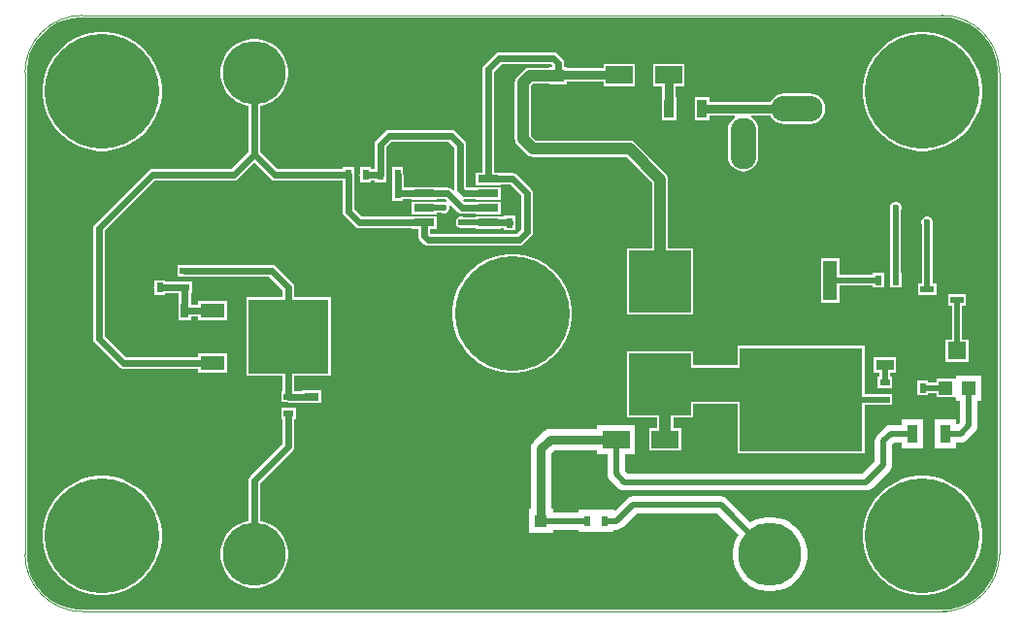
<source format=gtl>
G04*
G04 #@! TF.GenerationSoftware,Altium Limited,Altium Designer,23.9.2 (47)*
G04*
G04 Layer_Physical_Order=1*
G04 Layer_Color=255*
%FSAX44Y44*%
%MOMM*%
G71*
G04*
G04 #@! TF.SameCoordinates,CA360F41-C6A4-41FF-A6D1-DAC2DD7E16B6*
G04*
G04*
G04 #@! TF.FilePolarity,Positive*
G04*
G01*
G75*
%ADD10C,0.2000*%
%ADD54C,0.1000*%
%ADD55R,2.3500X1.5500*%
%ADD56R,2.1500X1.3000*%
%ADD57R,7.0000X6.5000*%
%ADD58R,0.9000X0.6000*%
%ADD59R,0.6000X0.9000*%
%ADD60R,0.7000X1.3000*%
%ADD61R,1.3000X0.7000*%
%ADD62R,1.2570X3.4290*%
%ADD63R,10.6680X9.0170*%
%ADD64R,5.4000X5.4000*%
%ADD65R,1.8000X0.7000*%
%ADD66R,1.6000X0.9000*%
%ADD67R,0.9000X1.6000*%
%ADD68R,1.2000X1.2000*%
%ADD69R,1.6000X1.5000*%
%ADD70R,1.2000X0.6000*%
%ADD96C,0.5000*%
%ADD97C,0.6000*%
%ADD98C,0.8000*%
%ADD99C,1.0000*%
%ADD100C,3.0000*%
%ADD101R,1.1000X1.1000*%
%ADD102C,1.1000*%
%ADD103R,1.1000X1.1000*%
%ADD104O,5.0000X2.5000*%
%ADD105O,4.5000X2.2500*%
%ADD106O,2.2500X4.5000*%
%ADD107C,5.5000*%
%ADD108C,10.0000*%
%ADD109C,0.6000*%
G36*
X01350005Y02318465D02*
X02099986Y02318465D01*
X02103115D01*
X02103391Y02318410D01*
X02103700Y02318323D01*
X02106713Y02318093D01*
X02112634Y02316886D01*
X02118360Y02314954D01*
X02123802Y02312325D01*
X02128875Y02309041D01*
X02133500Y02305152D01*
X02137607Y02300719D01*
X02141131Y02295810D01*
X02144019Y02290501D01*
X02146224Y02284875D01*
X02147714Y02279018D01*
X02148465Y02273022D01*
X02148464Y02269991D01*
X02148465Y01850000D01*
Y01846978D01*
X02147714Y01840982D01*
X02146225Y01835125D01*
X02144019Y01829499D01*
X02141132Y01824190D01*
X02137607Y01819281D01*
X02133501Y01814848D01*
X02128875Y01810959D01*
X02123802Y01807675D01*
X02118360Y01805046D01*
X02112634Y01803114D01*
X02106713Y01801908D01*
X02103700Y01801677D01*
X02103391Y01801590D01*
X02103115Y01801535D01*
X02099995D01*
X01350000Y01801535D01*
X01346823D01*
X01340525Y01802365D01*
X01334388Y01804009D01*
X01328519Y01806440D01*
X01323017Y01809617D01*
X01317977Y01813484D01*
X01313484Y01817977D01*
X01309617Y01823017D01*
X01306440Y01828519D01*
X01304009Y01834388D01*
X01302365Y01840525D01*
X01301535Y01846823D01*
X01301535Y01850005D01*
X01301535Y02270005D01*
X01301535Y02273181D01*
X01302365Y02279479D01*
X01304010Y02285616D01*
X01306441Y02291485D01*
X01309618Y02296986D01*
X01313486Y02302026D01*
X01317978Y02306517D01*
X01323018Y02310384D01*
X01328520Y02313561D01*
X01334389Y02315992D01*
X01340525Y02317636D01*
X01346823Y02318465D01*
X01350005Y02318465D01*
D02*
G37*
%LPC*%
G36*
X01502322Y02299500D02*
X01497678D01*
X01493092Y02298774D01*
X01488676Y02297339D01*
X01484539Y02295231D01*
X01480782Y02292501D01*
X01477499Y02289218D01*
X01474769Y02285461D01*
X01472661Y02281324D01*
X01471226Y02276908D01*
X01470500Y02272322D01*
Y02267678D01*
X01471226Y02263092D01*
X01472661Y02258676D01*
X01474769Y02254539D01*
X01477499Y02250782D01*
X01480782Y02247499D01*
X01484539Y02244769D01*
X01488676Y02242661D01*
X01493092Y02241226D01*
X01494902Y02240940D01*
Y02201112D01*
X01479888Y02186098D01*
X01411000D01*
X01409049Y02185710D01*
X01407395Y02184605D01*
X01360895Y02138105D01*
X01359790Y02136451D01*
X01359402Y02134500D01*
Y02038000D01*
X01359790Y02036049D01*
X01360895Y02034395D01*
X01381745Y02013545D01*
X01383399Y02012440D01*
X01385350Y02012052D01*
X01450600D01*
Y02008650D01*
X01476100D01*
Y02025650D01*
X01450600D01*
Y02022248D01*
X01387462D01*
X01369598Y02040112D01*
Y02132388D01*
X01413112Y02175902D01*
X01482000D01*
X01483951Y02176290D01*
X01485605Y02177395D01*
X01500000Y02191790D01*
X01514395Y02177395D01*
X01516049Y02176290D01*
X01518000Y02175902D01*
X01576902D01*
Y02149000D01*
X01577290Y02147049D01*
X01578395Y02145395D01*
X01588095Y02135695D01*
X01589749Y02134590D01*
X01591700Y02134202D01*
X01637000D01*
Y02133800D01*
X01642902D01*
Y02127515D01*
X01643290Y02125564D01*
X01644395Y02123910D01*
X01647910Y02120395D01*
X01649564Y02119290D01*
X01651515Y02118902D01*
X01731000D01*
X01732951Y02119290D01*
X01734605Y02120395D01*
X01741605Y02127395D01*
X01742710Y02129049D01*
X01743098Y02131000D01*
Y02139000D01*
Y02165000D01*
X01742710Y02166951D01*
X01741605Y02168605D01*
X01729205Y02181005D01*
X01727551Y02182110D01*
X01725600Y02182498D01*
X01715000D01*
Y02182900D01*
X01709098D01*
Y02270888D01*
X01715862Y02277652D01*
X01758888D01*
X01759902Y02276638D01*
Y02275000D01*
X01757500D01*
Y02274560D01*
X01740108D01*
X01738280Y02274320D01*
X01736578Y02273615D01*
X01735115Y02272493D01*
X01729258Y02266635D01*
X01728136Y02265172D01*
X01727430Y02263470D01*
X01727190Y02261642D01*
Y02212250D01*
X01727430Y02210423D01*
X01728136Y02208720D01*
X01729258Y02207258D01*
X01738008Y02198508D01*
X01739470Y02197386D01*
X01741173Y02196680D01*
X01743000Y02196440D01*
X01824576D01*
X01846940Y02174075D01*
Y02117000D01*
X01825000D01*
Y02059000D01*
X01883000D01*
Y02117000D01*
X01861060D01*
Y02177000D01*
X01860820Y02178827D01*
X01860114Y02180530D01*
X01858992Y02181992D01*
X01832492Y02208492D01*
X01831030Y02209615D01*
X01829327Y02210320D01*
X01827500Y02210560D01*
X01745925D01*
X01741310Y02215175D01*
Y02258718D01*
X01743032Y02260440D01*
X01757500D01*
Y02260000D01*
X01772500D01*
Y02261882D01*
X01804750D01*
Y02258250D01*
X01832250D01*
Y02277750D01*
X01804750D01*
Y02274117D01*
X01772500D01*
Y02275000D01*
X01770098D01*
Y02278750D01*
X01769710Y02280701D01*
X01768605Y02282355D01*
X01764605Y02286355D01*
X01762951Y02287460D01*
X01761000Y02287848D01*
X01713750D01*
X01711799Y02287460D01*
X01710145Y02286355D01*
X01700395Y02276605D01*
X01699290Y02274951D01*
X01698902Y02273000D01*
Y02182900D01*
X01693000D01*
Y02171900D01*
X01715000D01*
Y02172302D01*
X01723488D01*
X01732902Y02162888D01*
Y02139000D01*
Y02133112D01*
X01728888Y02129098D01*
X01653626D01*
X01653098Y02129626D01*
Y02133800D01*
X01659000D01*
Y02144800D01*
X01637000D01*
Y02144398D01*
X01593812D01*
X01587098Y02151112D01*
Y02181000D01*
X01587000Y02181492D01*
Y02187500D01*
X01577000D01*
Y02186098D01*
X01520112D01*
X01505098Y02201112D01*
Y02240940D01*
X01506908Y02241226D01*
X01511324Y02242661D01*
X01515461Y02244769D01*
X01519218Y02247499D01*
X01522501Y02250782D01*
X01525231Y02254539D01*
X01527339Y02258676D01*
X01528774Y02263092D01*
X01529500Y02267678D01*
Y02272322D01*
X01528774Y02276908D01*
X01527339Y02281324D01*
X01525231Y02285461D01*
X01522501Y02289218D01*
X01519218Y02292501D01*
X01515461Y02295231D01*
X01511324Y02297339D01*
X01506908Y02298774D01*
X01502322Y02299500D01*
D02*
G37*
G36*
X01984750Y02251864D02*
X01962250D01*
X01958791Y02251409D01*
X01955568Y02250074D01*
X01952800Y02247950D01*
X01950676Y02245182D01*
X01950442Y02244618D01*
X01897250D01*
Y02248500D01*
X01884250D01*
Y02228500D01*
X01897250D01*
Y02232383D01*
X01919235D01*
X01919542Y02231113D01*
X01917050Y02229200D01*
X01914926Y02226432D01*
X01913591Y02223209D01*
X01913136Y02219750D01*
Y02197250D01*
X01913591Y02193791D01*
X01914926Y02190568D01*
X01917050Y02187800D01*
X01919818Y02185676D01*
X01923041Y02184341D01*
X01926500Y02183886D01*
X01929959Y02184341D01*
X01933182Y02185676D01*
X01935950Y02187800D01*
X01938074Y02190568D01*
X01939409Y02193791D01*
X01939864Y02197250D01*
Y02219750D01*
X01939409Y02223209D01*
X01938074Y02226432D01*
X01935950Y02229200D01*
X01933458Y02231113D01*
X01933765Y02232383D01*
X01950442D01*
X01950676Y02231818D01*
X01952800Y02229050D01*
X01955568Y02226926D01*
X01958791Y02225591D01*
X01962250Y02225136D01*
X01984750D01*
X01988209Y02225591D01*
X01991432Y02226926D01*
X01994200Y02229050D01*
X01996324Y02231818D01*
X01997659Y02235041D01*
X01998114Y02238500D01*
X01997659Y02241959D01*
X01996324Y02245182D01*
X01994200Y02247950D01*
X01991432Y02250074D01*
X01988209Y02251409D01*
X01984750Y02251864D01*
D02*
G37*
G36*
X01875250Y02277750D02*
X01847750D01*
Y02258250D01*
X01855632D01*
Y02248500D01*
X01855250D01*
Y02228500D01*
X01868250D01*
Y02248500D01*
X01867867D01*
Y02258250D01*
X01875250D01*
Y02277750D01*
D02*
G37*
G36*
X02086158Y02305750D02*
X02079342D01*
X02072583Y02304860D01*
X02065999Y02303096D01*
X02059702Y02300487D01*
X02053798Y02297079D01*
X02048390Y02292930D01*
X02043570Y02288109D01*
X02039421Y02282702D01*
X02036013Y02276798D01*
X02033404Y02270501D01*
X02031640Y02263916D01*
X02030750Y02257158D01*
Y02250342D01*
X02031640Y02243584D01*
X02033404Y02236999D01*
X02036013Y02230702D01*
X02039421Y02224798D01*
X02043570Y02219391D01*
X02048390Y02214570D01*
X02053798Y02210421D01*
X02059702Y02207013D01*
X02065999Y02204404D01*
X02072583Y02202640D01*
X02079342Y02201750D01*
X02086158D01*
X02092917Y02202640D01*
X02099501Y02204404D01*
X02105798Y02207013D01*
X02111702Y02210421D01*
X02117110Y02214570D01*
X02121929Y02219391D01*
X02126079Y02224798D01*
X02129487Y02230702D01*
X02132096Y02236999D01*
X02133860Y02243584D01*
X02134750Y02250342D01*
Y02257158D01*
X02133860Y02263916D01*
X02132096Y02270501D01*
X02129487Y02276798D01*
X02126079Y02282702D01*
X02121929Y02288109D01*
X02117110Y02292930D01*
X02111702Y02297079D01*
X02105798Y02300487D01*
X02099501Y02303096D01*
X02092917Y02304860D01*
X02086158Y02305750D01*
D02*
G37*
G36*
X01370658D02*
X01363842D01*
X01357083Y02304860D01*
X01350499Y02303096D01*
X01344202Y02300487D01*
X01338298Y02297079D01*
X01332890Y02292930D01*
X01328070Y02288109D01*
X01323921Y02282702D01*
X01320513Y02276798D01*
X01317904Y02270501D01*
X01316140Y02263916D01*
X01315250Y02257158D01*
Y02250342D01*
X01316140Y02243584D01*
X01317904Y02236999D01*
X01320513Y02230702D01*
X01323921Y02224798D01*
X01328070Y02219391D01*
X01332890Y02214570D01*
X01338298Y02210421D01*
X01344202Y02207013D01*
X01350499Y02204404D01*
X01357083Y02202640D01*
X01363842Y02201750D01*
X01370658D01*
X01377417Y02202640D01*
X01384001Y02204404D01*
X01390298Y02207013D01*
X01396202Y02210421D01*
X01401609Y02214570D01*
X01406429Y02219391D01*
X01410579Y02224798D01*
X01413987Y02230702D01*
X01416596Y02236999D01*
X01418360Y02243584D01*
X01419250Y02250342D01*
Y02257158D01*
X01418360Y02263916D01*
X01416596Y02270501D01*
X01413987Y02276798D01*
X01410579Y02282702D01*
X01406429Y02288109D01*
X01401609Y02292930D01*
X01396202Y02297079D01*
X01390298Y02300487D01*
X01384001Y02303096D01*
X01377417Y02304860D01*
X01370658Y02305750D01*
D02*
G37*
G36*
X01671500Y02220348D02*
X01617750D01*
X01615799Y02219960D01*
X01614145Y02218855D01*
X01606395Y02211105D01*
X01605290Y02209451D01*
X01604902Y02207500D01*
Y02186098D01*
X01602000D01*
Y02187500D01*
X01592000D01*
Y02181492D01*
X01591902Y02181000D01*
X01592000Y02180508D01*
Y02174500D01*
X01602000D01*
Y02175902D01*
X01605000D01*
Y02174500D01*
X01615000D01*
Y02180508D01*
X01615098Y02181000D01*
Y02205388D01*
X01619862Y02210152D01*
X01669388D01*
X01674652Y02204888D01*
Y02168215D01*
X01674742Y02167764D01*
X01673571Y02167138D01*
X01672405Y02168305D01*
X01670751Y02169410D01*
X01668800Y02169798D01*
X01659000D01*
Y02170200D01*
X01637000D01*
Y02169798D01*
X01630098D01*
Y02181000D01*
X01630000Y02181492D01*
Y02187500D01*
X01620000D01*
Y02181492D01*
X01619902Y02181000D01*
Y02164700D01*
X01620000Y02164207D01*
Y02158500D01*
X01630000D01*
Y02159602D01*
X01637000D01*
Y02159200D01*
X01659000D01*
Y02159602D01*
X01666688D01*
X01668067Y02158223D01*
X01667348Y02157147D01*
X01666495Y02157500D01*
X01664505D01*
X01663511Y02157088D01*
X01659000D01*
Y02157500D01*
X01637000D01*
Y02146500D01*
X01659000D01*
Y02147912D01*
X01663511D01*
X01664505Y02147500D01*
X01666495D01*
X01668332Y02148261D01*
X01669739Y02149668D01*
X01670500Y02151505D01*
Y02153495D01*
X01670147Y02154348D01*
X01671223Y02155067D01*
X01677895Y02148395D01*
X01679549Y02147290D01*
X01681500Y02146902D01*
X01693000D01*
Y02146500D01*
X01715000D01*
Y02157500D01*
X01693000D01*
Y02157098D01*
X01683612D01*
X01682188Y02158521D01*
X01682814Y02159692D01*
X01683265Y02159602D01*
X01693000D01*
Y02159200D01*
X01715000D01*
Y02170200D01*
X01693000D01*
Y02169798D01*
X01685376D01*
X01684848Y02170326D01*
Y02207000D01*
X01684460Y02208951D01*
X01683355Y02210605D01*
X01675105Y02218855D01*
X01673451Y02219960D01*
X01671500Y02220348D01*
D02*
G37*
G36*
X01728000Y02145500D02*
X01718000D01*
Y02144248D01*
X01715000D01*
Y02144800D01*
X01693000D01*
Y02143863D01*
X01682679D01*
X01681745Y02144250D01*
X01679755D01*
X01677918Y02143489D01*
X01676511Y02142082D01*
X01675750Y02140245D01*
Y02138255D01*
X01676511Y02136418D01*
X01677918Y02135011D01*
X01679755Y02134250D01*
X01681745D01*
X01682799Y02134687D01*
X01693000D01*
Y02133800D01*
X01715000D01*
Y02134052D01*
X01718000D01*
Y02132500D01*
X01728000D01*
Y02138508D01*
X01728098Y02139000D01*
Y02139150D01*
X01728000Y02139642D01*
Y02145500D01*
D02*
G37*
G36*
X02060495Y02157500D02*
X02058505D01*
X02056668Y02156739D01*
X02055261Y02155332D01*
X02054500Y02153495D01*
Y02151505D01*
X02054912Y02150511D01*
Y02095500D01*
X02054500D01*
Y02082500D01*
X02064500D01*
Y02095500D01*
X02064088D01*
Y02150511D01*
X02064500Y02151505D01*
Y02153495D01*
X02063739Y02155332D01*
X02062332Y02156739D01*
X02060495Y02157500D01*
D02*
G37*
G36*
X02010685Y02107965D02*
X01994115D01*
Y02069675D01*
X02010685D01*
Y02084412D01*
X02039500D01*
Y02082500D01*
X02049500D01*
Y02095500D01*
X02039500D01*
Y02093588D01*
X02010685D01*
Y02107965D01*
D02*
G37*
G36*
X02087995Y02144500D02*
X02086005D01*
X02084168Y02143739D01*
X02082761Y02142332D01*
X02082000Y02140495D01*
Y02138506D01*
X02082412Y02137511D01*
Y02086000D01*
X02079000D01*
Y02076000D01*
X02095000D01*
Y02086000D01*
X02091588D01*
Y02137511D01*
X02092000Y02138506D01*
Y02140495D01*
X02091239Y02142332D01*
X02089832Y02143739D01*
X02087995Y02144500D01*
D02*
G37*
G36*
X01422500Y02089000D02*
X01412500D01*
Y02082993D01*
X01412402Y02082500D01*
X01412500Y02082007D01*
Y02076000D01*
X01422500D01*
Y02077402D01*
X01434402D01*
Y02071350D01*
X01434000D01*
Y02054350D01*
X01445000D01*
Y02057752D01*
X01450600D01*
Y02054350D01*
X01476100D01*
Y02071350D01*
X01450600D01*
Y02067948D01*
X01445000D01*
Y02071350D01*
X01444598D01*
Y02077500D01*
X01446000D01*
Y02087500D01*
X01439993D01*
X01439500Y02087598D01*
X01422500D01*
Y02089000D01*
D02*
G37*
G36*
X02121000Y02076500D02*
X02105000D01*
Y02066500D01*
X02108412D01*
Y02037000D01*
X02103000D01*
Y02018000D01*
X02123000D01*
Y02037000D01*
X02117588D01*
Y02066500D01*
X02121000D01*
Y02076500D01*
D02*
G37*
G36*
X02032340Y02032085D02*
X01921660D01*
Y02015082D01*
X01883000D01*
Y02027000D01*
X01825000D01*
Y01969000D01*
X01851440D01*
Y01959750D01*
X01844750D01*
Y01940250D01*
X01872250D01*
Y01959750D01*
X01865560D01*
Y01969000D01*
X01883000D01*
Y01980918D01*
X01921660D01*
Y01937915D01*
X02032340D01*
Y01980412D01*
X02043500D01*
Y01980000D01*
X02056500D01*
Y01990000D01*
X02043500D01*
Y01989588D01*
X02032340D01*
Y02032085D01*
D02*
G37*
G36*
X01728408Y02112000D02*
X01721592D01*
X01714834Y02111110D01*
X01708249Y02109346D01*
X01701952Y02106737D01*
X01696048Y02103329D01*
X01690640Y02099180D01*
X01685820Y02094359D01*
X01681671Y02088952D01*
X01678262Y02083048D01*
X01675654Y02076751D01*
X01673890Y02070166D01*
X01673000Y02063408D01*
Y02056592D01*
X01673890Y02049834D01*
X01675654Y02043249D01*
X01678262Y02036952D01*
X01681671Y02031048D01*
X01685820Y02025640D01*
X01690640Y02020820D01*
X01696048Y02016671D01*
X01701952Y02013262D01*
X01708249Y02010654D01*
X01714834Y02008890D01*
X01721592Y02008000D01*
X01728408D01*
X01735166Y02008890D01*
X01741751Y02010654D01*
X01748048Y02013262D01*
X01753952Y02016671D01*
X01759359Y02020820D01*
X01764180Y02025640D01*
X01768329Y02031048D01*
X01771737Y02036952D01*
X01774346Y02043249D01*
X01776110Y02049834D01*
X01777000Y02056592D01*
Y02063408D01*
X01776110Y02070166D01*
X01774346Y02076751D01*
X01771737Y02083048D01*
X01768329Y02088952D01*
X01764180Y02094359D01*
X01759359Y02099180D01*
X01753952Y02103329D01*
X01748048Y02106737D01*
X01741751Y02109346D01*
X01735166Y02111110D01*
X01728408Y02112000D01*
D02*
G37*
G36*
X02134000Y02006000D02*
X02112000D01*
Y02003652D01*
X02111000Y02003000D01*
X02110730Y02003000D01*
X02095000D01*
Y01999588D01*
X02088000D01*
Y02001500D01*
X02078000D01*
Y01988500D01*
X02088000D01*
Y01990412D01*
X02095000D01*
Y01987000D01*
X02110730D01*
X02111000Y01987000D01*
X02112000Y01986348D01*
Y01984000D01*
X02115935D01*
Y01965383D01*
X02113770Y01963218D01*
X02112500Y01963744D01*
Y01968000D01*
X02093500D01*
Y01942000D01*
X02112500D01*
Y01947435D01*
X02116250D01*
X02118208Y01947693D01*
X02120032Y01948449D01*
X02121599Y01949651D01*
X02128849Y01956901D01*
X02130051Y01958468D01*
X02130807Y01960292D01*
X02131065Y01962250D01*
X02131065Y01962250D01*
Y01984000D01*
X02134000D01*
Y02006000D01*
D02*
G37*
G36*
X02060000Y02021500D02*
X02040000D01*
Y02008500D01*
X02045412D01*
Y02005000D01*
X02043500D01*
Y01995000D01*
X02056500D01*
Y02005000D01*
X02054588D01*
Y02008500D01*
X02060000D01*
Y02021500D01*
D02*
G37*
G36*
X01515000Y02102598D02*
X01439500D01*
X01439008Y02102500D01*
X01433000D01*
Y02092500D01*
X01439008D01*
X01439500Y02092402D01*
X01512888D01*
X01524902Y02080388D01*
Y02074500D01*
X01493000D01*
Y02005500D01*
X01524902D01*
Y01992500D01*
X01523500D01*
Y01982500D01*
X01529507D01*
X01530000Y01982402D01*
X01541500D01*
Y01982000D01*
X01558500D01*
Y01993000D01*
X01541500D01*
Y01992598D01*
X01535098D01*
Y02005500D01*
X01567000D01*
Y02074500D01*
X01535098D01*
Y02082500D01*
X01534710Y02084451D01*
X01533605Y02086105D01*
X01518605Y02101105D01*
X01516951Y02102210D01*
X01515000Y02102598D01*
D02*
G37*
G36*
X02083500Y01968000D02*
X02064500D01*
Y01962565D01*
X02055250D01*
X02053292Y01962307D01*
X02051468Y01961551D01*
X02049901Y01960349D01*
X02043651Y01954099D01*
X02042449Y01952532D01*
X02041693Y01950708D01*
X02041435Y01948750D01*
Y01931383D01*
X02030617Y01920565D01*
X01825633D01*
X01823065Y01923134D01*
Y01937250D01*
X01832250D01*
Y01962750D01*
X01798750D01*
Y01959078D01*
X01758000D01*
X01755650Y01958768D01*
X01753461Y01957861D01*
X01751581Y01956419D01*
X01743581Y01948419D01*
X01742139Y01946539D01*
X01741232Y01944350D01*
X01740922Y01942000D01*
Y01889500D01*
X01739500D01*
Y01868500D01*
X01760500D01*
Y01871435D01*
X01782500D01*
Y01869500D01*
X01813500D01*
Y01871435D01*
X01816250D01*
X01818208Y01871693D01*
X01820032Y01872449D01*
X01821599Y01873651D01*
X01833383Y01885435D01*
X01903867D01*
X01922231Y01867071D01*
X01922204Y01867034D01*
X01919881Y01862476D01*
X01918300Y01857610D01*
X01917500Y01852558D01*
Y01847442D01*
X01918300Y01842390D01*
X01919881Y01837524D01*
X01922204Y01832966D01*
X01925210Y01828828D01*
X01928828Y01825210D01*
X01932966Y01822204D01*
X01937524Y01819881D01*
X01942390Y01818300D01*
X01947442Y01817500D01*
X01952558D01*
X01957610Y01818300D01*
X01962476Y01819881D01*
X01967034Y01822204D01*
X01971172Y01825210D01*
X01974790Y01828828D01*
X01977796Y01832966D01*
X01980119Y01837524D01*
X01981700Y01842390D01*
X01982500Y01847442D01*
Y01852558D01*
X01981700Y01857610D01*
X01980119Y01862476D01*
X01977796Y01867034D01*
X01974790Y01871172D01*
X01971172Y01874790D01*
X01967034Y01877796D01*
X01962476Y01880119D01*
X01957610Y01881700D01*
X01952558Y01882500D01*
X01947442D01*
X01942390Y01881700D01*
X01937524Y01880119D01*
X01932966Y01877796D01*
X01932929Y01877769D01*
X01912349Y01898349D01*
X01910782Y01899551D01*
X01908958Y01900307D01*
X01907000Y01900565D01*
X01830250D01*
X01830250Y01900565D01*
X01828292Y01900307D01*
X01826468Y01899551D01*
X01824901Y01898349D01*
X01824901Y01898349D01*
X01814597Y01888045D01*
X01813500Y01888500D01*
Y01888500D01*
X01782500D01*
Y01886565D01*
X01760500D01*
Y01889500D01*
X01759078D01*
Y01938240D01*
X01761760Y01940922D01*
X01798750D01*
Y01937250D01*
X01807935D01*
Y01920000D01*
X01808193Y01918042D01*
X01808949Y01916218D01*
X01810151Y01914651D01*
X01817151Y01907651D01*
X01817151Y01907651D01*
X01818718Y01906449D01*
X01820542Y01905693D01*
X01822500Y01905435D01*
X02033750D01*
X02035708Y01905693D01*
X02037532Y01906449D01*
X02039099Y01907651D01*
X02054349Y01922901D01*
X02054349Y01922901D01*
X02055551Y01924468D01*
X02056307Y01926292D01*
X02056565Y01928250D01*
Y01945617D01*
X02058383Y01947435D01*
X02064500D01*
Y01942000D01*
X02083500D01*
Y01968000D01*
D02*
G37*
G36*
X01530000Y01977598D02*
X01529507Y01977500D01*
X01523500D01*
Y01967500D01*
X01524902D01*
Y01946362D01*
X01496395Y01917855D01*
X01495290Y01916201D01*
X01494902Y01914250D01*
Y01879060D01*
X01493092Y01878774D01*
X01488676Y01877339D01*
X01484539Y01875231D01*
X01480782Y01872501D01*
X01477499Y01869218D01*
X01474769Y01865461D01*
X01472661Y01861324D01*
X01471226Y01856908D01*
X01470500Y01852322D01*
Y01847678D01*
X01471226Y01843092D01*
X01472661Y01838676D01*
X01474769Y01834539D01*
X01477499Y01830782D01*
X01480782Y01827499D01*
X01484539Y01824769D01*
X01488676Y01822661D01*
X01493092Y01821226D01*
X01497678Y01820500D01*
X01502322D01*
X01506908Y01821226D01*
X01511324Y01822661D01*
X01515461Y01824769D01*
X01519218Y01827499D01*
X01522501Y01830782D01*
X01525231Y01834539D01*
X01527339Y01838676D01*
X01528774Y01843092D01*
X01529500Y01847678D01*
Y01852322D01*
X01528774Y01856908D01*
X01527339Y01861324D01*
X01525231Y01865461D01*
X01522501Y01869218D01*
X01519218Y01872501D01*
X01515461Y01875231D01*
X01511324Y01877339D01*
X01506908Y01878774D01*
X01505098Y01879060D01*
Y01912138D01*
X01533605Y01940645D01*
X01534710Y01942299D01*
X01535098Y01944250D01*
Y01967500D01*
X01536500D01*
Y01977500D01*
X01530493D01*
X01530000Y01977598D01*
D02*
G37*
G36*
X02086158Y01918250D02*
X02079342D01*
X02072583Y01917360D01*
X02065999Y01915596D01*
X02059702Y01912987D01*
X02053798Y01909579D01*
X02048390Y01905430D01*
X02043570Y01900609D01*
X02039421Y01895202D01*
X02036013Y01889298D01*
X02033404Y01883001D01*
X02031640Y01876416D01*
X02030750Y01869658D01*
Y01862842D01*
X02031640Y01856084D01*
X02033404Y01849499D01*
X02036013Y01843202D01*
X02039421Y01837298D01*
X02043570Y01831890D01*
X02048390Y01827070D01*
X02053798Y01822921D01*
X02059702Y01819512D01*
X02065999Y01816904D01*
X02072583Y01815140D01*
X02079342Y01814250D01*
X02086158D01*
X02092917Y01815140D01*
X02099501Y01816904D01*
X02105798Y01819512D01*
X02111702Y01822921D01*
X02117110Y01827070D01*
X02121929Y01831890D01*
X02126079Y01837298D01*
X02129487Y01843202D01*
X02132096Y01849499D01*
X02133860Y01856084D01*
X02134750Y01862842D01*
Y01869658D01*
X02133860Y01876416D01*
X02132096Y01883001D01*
X02129487Y01889298D01*
X02126079Y01895202D01*
X02121929Y01900609D01*
X02117110Y01905430D01*
X02111702Y01909579D01*
X02105798Y01912987D01*
X02099501Y01915596D01*
X02092917Y01917360D01*
X02086158Y01918250D01*
D02*
G37*
G36*
X01370658D02*
X01363842D01*
X01357083Y01917360D01*
X01350499Y01915596D01*
X01344202Y01912987D01*
X01338298Y01909579D01*
X01332890Y01905430D01*
X01328070Y01900609D01*
X01323921Y01895202D01*
X01320513Y01889298D01*
X01317904Y01883001D01*
X01316140Y01876416D01*
X01315250Y01869658D01*
Y01862842D01*
X01316140Y01856084D01*
X01317904Y01849499D01*
X01320513Y01843202D01*
X01323921Y01837298D01*
X01328070Y01831890D01*
X01332890Y01827070D01*
X01338298Y01822921D01*
X01344202Y01819512D01*
X01350499Y01816904D01*
X01357083Y01815140D01*
X01363842Y01814250D01*
X01370658D01*
X01377417Y01815140D01*
X01384001Y01816904D01*
X01390298Y01819512D01*
X01396202Y01822921D01*
X01401609Y01827070D01*
X01406429Y01831890D01*
X01410579Y01837298D01*
X01413987Y01843202D01*
X01416596Y01849499D01*
X01418360Y01856084D01*
X01419250Y01862842D01*
Y01869658D01*
X01418360Y01876416D01*
X01416596Y01883001D01*
X01413987Y01889298D01*
X01410579Y01895202D01*
X01406429Y01900609D01*
X01401609Y01905430D01*
X01396202Y01909579D01*
X01390298Y01912987D01*
X01384001Y01915596D01*
X01377417Y01917360D01*
X01370658Y01918250D01*
D02*
G37*
%LPD*%
D10*
X01765000Y02267500D02*
X01765500Y02268000D01*
X01861500D02*
X01861750Y02267750D01*
D54*
X02150000Y02270000D02*
G03*
X02100000Y02320000I-00050000J00000000D01*
G01*
X02100000Y01800000D02*
G03*
X02150000Y01850000I00000000J00050000D01*
G01*
X01350000Y02320000D02*
G03*
X01300000Y02270000I00000000J-00050000D01*
G01*
X01300000Y01850000D02*
G03*
X01350000Y01800000I00050000J00000000D01*
G01*
X02150000Y02270000D02*
X02150000Y01850000D01*
X01350000Y02320000D02*
X02103500Y02320000D01*
X01300000Y02270000D02*
X01300000Y01850000D01*
X01350000Y01800000D02*
X02103500Y01800000D01*
D55*
X01858500Y01950000D02*
D03*
X01815500D02*
D03*
X01861500Y02268000D02*
D03*
X01818500D02*
D03*
D56*
X01463350Y02062850D02*
D03*
Y02017150D02*
D03*
D57*
X01530000Y02040000D02*
D03*
D58*
X01439500Y02097500D02*
D03*
Y02082500D02*
D03*
X01530000Y01972500D02*
D03*
Y01987500D02*
D03*
X02050000Y01985000D02*
D03*
Y02000000D02*
D03*
D59*
X01417500Y02082500D02*
D03*
X01402500D02*
D03*
X01805500Y01879000D02*
D03*
X01790500D02*
D03*
X01738000Y02139000D02*
D03*
X01723000D02*
D03*
X01625000Y02181000D02*
D03*
X01610000D02*
D03*
X01625000Y02165000D02*
D03*
X01610000D02*
D03*
X01582000Y02181000D02*
D03*
X01597000D02*
D03*
X02083000Y01995000D02*
D03*
X02068000D02*
D03*
X02044500Y02089000D02*
D03*
X02059500D02*
D03*
D60*
X01439500Y02062850D02*
D03*
X01420500D02*
D03*
D61*
X01550000Y01987500D02*
D03*
Y01968500D02*
D03*
D62*
X01951600Y02088820D02*
D03*
X02002400D02*
D03*
D63*
X01977000Y01985000D02*
D03*
D64*
X01854000Y02088000D02*
D03*
Y01998000D02*
D03*
D65*
X01648000Y02164700D02*
D03*
X01704000D02*
D03*
X01648000Y02177400D02*
D03*
X01704000D02*
D03*
X01648000Y02152000D02*
D03*
X01704000D02*
D03*
X01648000Y02139300D02*
D03*
X01704000D02*
D03*
D66*
X02050000Y02044000D02*
D03*
Y02015000D02*
D03*
D67*
X02074000Y01955000D02*
D03*
X02103000D02*
D03*
X01861750Y02238500D02*
D03*
X01890750D02*
D03*
D68*
X02123000Y01995000D02*
D03*
X02103000D02*
D03*
D69*
X02113000Y02027500D02*
D03*
D70*
X02087000Y02081000D02*
D03*
X02113000Y02071500D02*
D03*
Y02090500D02*
D03*
D96*
X01830250Y01893000D02*
X01907000D01*
X01816250Y01879000D02*
X01830250Y01893000D01*
X01907000D02*
X01950000Y01850000D01*
X01648500Y02152500D02*
X01665500D01*
X01648000Y02152000D02*
X01648500Y02152500D01*
X01815500Y01920000D02*
Y01950000D01*
X01822500Y01913000D02*
X02033750D01*
X01815500Y01920000D02*
X01822500Y01913000D01*
X02033750D02*
X02049000Y01928250D01*
Y01948750D01*
X02055250Y01955000D01*
X02074000D01*
X02087000Y02081000D02*
Y02139500D01*
X01703975Y02139275D02*
X01704000Y02139300D01*
X01680750Y02139250D02*
X01680775Y02139275D01*
X01703975D01*
X02059500Y02089000D02*
Y02152500D01*
X02002580Y02089000D02*
X02044500D01*
X02002400Y02088820D02*
X02002580Y02089000D01*
X02113000Y02027500D02*
Y02071500D01*
X02123000Y01995000D02*
X02123500Y01994500D01*
Y01962250D02*
Y01994500D01*
X02116250Y01955000D02*
X02123500Y01962250D01*
X02103000Y01955000D02*
X02116250D01*
X02083000Y01995000D02*
X02103000D01*
X02050000Y02000000D02*
Y02015000D01*
X01977000Y01985000D02*
X02050000D01*
X01750000Y01879000D02*
X01790500D01*
X01805500D02*
X01816250D01*
D97*
X01731000Y02124000D02*
X01738000Y02131000D01*
Y02139000D01*
X01648000Y02127515D02*
Y02139300D01*
X01651515Y02124000D02*
X01731000D01*
X01648000Y02127515D02*
X01651515Y02124000D01*
X01738000Y02139000D02*
Y02165000D01*
X01704150Y02139150D02*
X01723000D01*
X01713750Y02282750D02*
X01761000D01*
X01704000Y02177400D02*
Y02273000D01*
X01713750Y02282750D01*
X01765000Y02267500D02*
Y02278750D01*
X01761000Y02282750D02*
X01765000Y02278750D01*
X01648000Y02164700D02*
X01668800D01*
X01681500Y02152000D02*
X01704000D01*
X01668800Y02164700D02*
X01681500Y02152000D01*
X01625000Y02164700D02*
X01648000D01*
X01530000Y01987500D02*
X01550000D01*
X01530000D02*
Y02040000D01*
X01500000Y01914250D02*
X01530000Y01944250D01*
Y01972500D01*
X01500000Y01850000D02*
Y01914250D01*
X01385350Y02017150D02*
X01463350D01*
X01364500Y02038000D02*
Y02134500D01*
Y02038000D02*
X01385350Y02017150D01*
X01364500Y02134500D02*
X01411000Y02181000D01*
X01482000D01*
X01500000Y02199000D01*
Y02270000D01*
X01518000Y02181000D02*
X01582000D01*
X01500000Y02199000D02*
X01518000Y02181000D01*
X01582000Y02149000D02*
Y02181000D01*
X01439500Y02062850D02*
X01463350D01*
X01439500D02*
Y02082500D01*
X01417500D02*
X01439500D01*
X01515000Y02097500D02*
X01530000Y02082500D01*
X01439500Y02097500D02*
X01515000D01*
X01530000Y02040000D02*
Y02082500D01*
X01582000Y02149000D02*
X01591700Y02139300D01*
X01648000D01*
X01723000Y02139000D02*
Y02139150D01*
X01704000Y02139300D02*
X01704150Y02139150D01*
X01610000Y02181000D02*
Y02207500D01*
X01617750Y02215250D02*
X01671500D01*
X01610000Y02207500D02*
X01617750Y02215250D01*
X01671500D02*
X01679750Y02207000D01*
Y02168215D02*
Y02207000D01*
Y02168215D02*
X01683265Y02164700D01*
X01704000D01*
X01597000Y02181000D02*
X01610000D01*
X01625000Y02165000D02*
Y02181000D01*
Y02164700D02*
Y02165000D01*
X01725600Y02177400D02*
X01738000Y02165000D01*
X01704000Y02177400D02*
X01725600D01*
D98*
X01750000Y01879000D02*
Y01942000D01*
X01758000Y01950000D01*
X01815500D01*
X01765500Y02268000D02*
X01818500D01*
X01861750Y02238500D02*
Y02267750D01*
X01890750Y02238500D02*
X01973500D01*
D99*
X01964000Y01998000D02*
X01977000Y01985000D01*
X01858500Y01950000D02*
Y01993500D01*
X01854000Y01998000D02*
X01858500Y01993500D01*
X01827500Y02203500D02*
X01854000Y02177000D01*
Y02088000D02*
Y02177000D01*
X01743000Y02203500D02*
X01827500D01*
X01734250Y02261642D02*
X01740108Y02267500D01*
X01734250Y02212250D02*
X01743000Y02203500D01*
X01740108Y02267500D02*
X01765000D01*
X01734250Y02212250D02*
Y02261642D01*
D100*
X01854000Y01998000D02*
X01964000D01*
D101*
X01750000Y01879000D02*
D03*
D102*
X01700000D02*
D03*
X01765000Y02242500D02*
D03*
D103*
Y02267500D02*
D03*
D104*
X01973500Y02178500D02*
D03*
D105*
Y02238500D02*
D03*
D106*
X01926500Y02208500D02*
D03*
D107*
X01500000Y01850000D02*
D03*
Y02270000D02*
D03*
X01600000Y01850000D02*
D03*
Y02270000D02*
D03*
X01950000Y01850000D02*
D03*
X01850000D02*
D03*
D108*
X01725000Y02060000D02*
D03*
X02082750Y02253750D02*
D03*
Y01866250D02*
D03*
X01367250Y02253750D02*
D03*
Y01866250D02*
D03*
D109*
X01775000Y02000000D02*
D03*
Y01975000D02*
D03*
X01750000Y02000000D02*
D03*
Y01975000D02*
D03*
X01650000Y01950000D02*
D03*
Y01925000D02*
D03*
Y01900000D02*
D03*
Y01875000D02*
D03*
Y01850000D02*
D03*
Y01825000D02*
D03*
X01800000D02*
D03*
Y01850000D02*
D03*
X01900000Y01825000D02*
D03*
Y01850000D02*
D03*
X02000000Y01825000D02*
D03*
Y01850000D02*
D03*
Y01900000D02*
D03*
Y01875000D02*
D03*
X01675000Y02300000D02*
D03*
X01650000D02*
D03*
X01675000Y02275000D02*
D03*
X01650000D02*
D03*
X01675000Y02250000D02*
D03*
X01650000D02*
D03*
X02000000Y02275000D02*
D03*
X01900000D02*
D03*
X01925000D02*
D03*
X01950000D02*
D03*
X01975000D02*
D03*
X02000000Y02125000D02*
D03*
X02025000D02*
D03*
X01900000D02*
D03*
X01950000D02*
D03*
X01975000D02*
D03*
X02100000Y02200000D02*
D03*
Y02175000D02*
D03*
Y02150000D02*
D03*
Y02125000D02*
D03*
X02125000Y02100000D02*
D03*
Y02200000D02*
D03*
Y02175000D02*
D03*
Y02150000D02*
D03*
Y02125000D02*
D03*
X01650000Y01975000D02*
D03*
X01675000D02*
D03*
X01650000Y02000000D02*
D03*
X01675000D02*
D03*
X01700000D02*
D03*
Y01975000D02*
D03*
X01725000D02*
D03*
Y02000000D02*
D03*
X01600000D02*
D03*
Y01975000D02*
D03*
X01625000Y02000000D02*
D03*
Y01975000D02*
D03*
Y01950000D02*
D03*
X01600000D02*
D03*
Y02100000D02*
D03*
Y02075000D02*
D03*
X01625000Y02100000D02*
D03*
Y02075000D02*
D03*
Y02050000D02*
D03*
X01600000D02*
D03*
Y02025000D02*
D03*
X01625000D02*
D03*
X01475000Y02125000D02*
D03*
Y02150000D02*
D03*
X01500000D02*
D03*
Y02125000D02*
D03*
X01525000D02*
D03*
X01550000D02*
D03*
X01525000Y02150000D02*
D03*
X01550000D02*
D03*
X01450000Y02275000D02*
D03*
Y02250000D02*
D03*
Y02225000D02*
D03*
X01475000Y01975000D02*
D03*
X01450000D02*
D03*
Y01950000D02*
D03*
Y01925000D02*
D03*
X01475000Y01950000D02*
D03*
Y01925000D02*
D03*
X01425000D02*
D03*
Y01950000D02*
D03*
X01400000Y01925000D02*
D03*
Y01950000D02*
D03*
X01375000Y01925000D02*
D03*
Y01950000D02*
D03*
Y01975000D02*
D03*
X01400000D02*
D03*
X01425000D02*
D03*
Y02000000D02*
D03*
X01400000D02*
D03*
X01375000D02*
D03*
X01350000Y02175000D02*
D03*
Y02150000D02*
D03*
Y02125000D02*
D03*
Y02100000D02*
D03*
Y02075000D02*
D03*
Y02050000D02*
D03*
Y02025000D02*
D03*
Y02000000D02*
D03*
Y01975000D02*
D03*
Y01950000D02*
D03*
Y01925000D02*
D03*
X01325000Y02175000D02*
D03*
Y02150000D02*
D03*
Y02125000D02*
D03*
Y02100000D02*
D03*
Y02075000D02*
D03*
Y02050000D02*
D03*
Y02025000D02*
D03*
Y02000000D02*
D03*
Y01975000D02*
D03*
Y01950000D02*
D03*
Y01925000D02*
D03*
X01665500Y02152500D02*
D03*
X02087000Y02139500D02*
D03*
X01680750Y02139250D02*
D03*
X02059500Y02152500D02*
D03*
M02*

</source>
